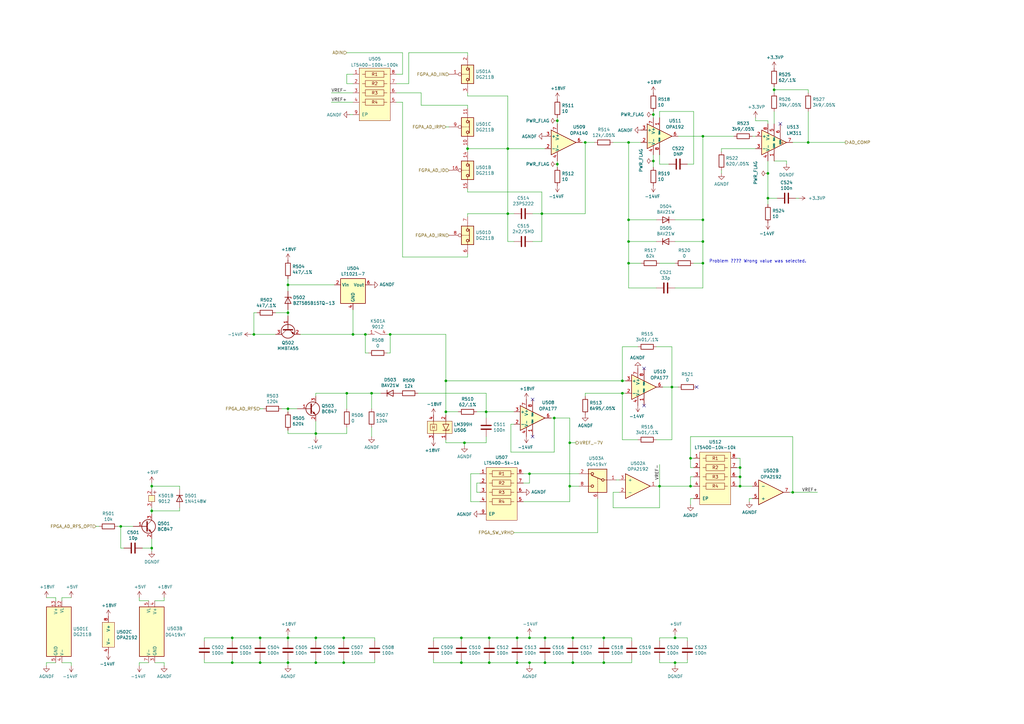
<source format=kicad_sch>
(kicad_sch (version 20231120) (generator "eeschema") (generator_version "8.0")
  (paper "A3")
  (title_block (title "ADC") (date "2020-03-07") (rev "1.00"))
  (junction (at 303.53 199.39))
  (junction (at 152.4 161.29))
  (junction (at 255.27 156.21))
  (junction (at 288.29 90.17))
  (junction (at 314.96 81.28))
  (junction (at 257.81 107.95))
  (junction (at 118.11 167.64))
  (junction (at 276.86 261.62))
  (junction (at 129.54 261.62))
  (junction (at 144.78 137.16))
  (junction (at 331.47 58.42))
  (junction (at 288.29 55.88))
  (junction (at 140.97 261.62))
  (junction (at 217.17 261.62))
  (junction (at 118.11 116.84))
  (junction (at 212.09 261.62))
  (junction (at 257.81 58.42))
  (junction (at 160.02 137.16))
  (junction (at 129.54 177.8))
  (junction (at 149.86 137.16))
  (junction (at 275.59 158.75))
  (junction (at 247.65 261.62))
  (junction (at 288.29 99.06))
  (junction (at 95.25 261.62))
  (junction (at 95.25 271.78))
  (junction (at 234.95 271.78))
  (junction (at 317.5 36.83))
  (junction (at 49.53 215.9))
  (junction (at 228.6 49.53))
  (junction (at 104.14 137.16))
  (junction (at 118.11 128.27))
  (junction (at 182.88 156.21))
  (junction (at 325.12 201.93))
  (junction (at 140.97 271.78))
  (junction (at 217.17 271.78))
  (junction (at 217.17 194.31))
  (junction (at 303.53 195.58))
  (junction (at 288.29 107.95))
  (junction (at 234.95 261.62))
  (junction (at 247.65 271.78))
  (junction (at 106.68 271.78))
  (junction (at 223.52 261.62))
  (junction (at 129.54 271.78))
  (junction (at 228.6 67.31))
  (junction (at 233.68 199.39))
  (junction (at 283.21 187.96))
  (junction (at 303.53 191.77))
  (junction (at 106.68 261.62))
  (junction (at 212.09 271.78))
  (junction (at 200.66 261.62))
  (junction (at 208.28 60.96))
  (junction (at 62.23 224.79))
  (junction (at 257.81 90.17))
  (junction (at 62.23 199.39))
  (junction (at 267.97 46.99))
  (junction (at 189.23 271.78))
  (junction (at 257.81 99.06))
  (junction (at 227.33 171.45))
  (junction (at 191.77 60.96))
  (junction (at 62.23 209.55))
  (junction (at 199.39 168.91))
  (junction (at 267.97 66.04))
  (junction (at 182.88 168.91))
  (junction (at 240.03 58.42))
  (junction (at 223.52 271.78))
  (junction (at 222.25 87.63))
  (junction (at 283.21 199.39))
  (junction (at 200.66 271.78))
  (junction (at 190.5 181.61))
  (junction (at 276.86 271.78))
  (junction (at 189.23 261.62))
  (junction (at 208.28 87.63))
  (junction (at 270.51 199.39))
  (junction (at 255.27 161.29))
  (junction (at 118.11 271.78))
  (junction (at 314.96 71.12))
  (junction (at 233.68 181.61))
  (junction (at 142.24 161.29))
  (junction (at 118.11 261.62))
  (no_connect (at 218.44 179.07))
  (no_connect (at 320.04 50.8))
  (no_connect (at 264.16 151.13))
  (no_connect (at 218.44 163.83))
  (no_connect (at 264.16 166.37))
  (no_connect (at 285.75 158.75))
  (wire (pts (xy 62.23 200.66) (xy 62.23 199.39)))
  (wire (pts (xy 171.45 161.29) (xy 199.39 161.29)))
  (wire (pts (xy 73.66 199.39) (xy 73.66 200.66)))
  (wire (pts (xy 222.25 99.06) (xy 222.25 87.63)))
  (wire (pts (xy 303.53 187.96) (xy 303.53 191.77)))
  (wire (pts (xy 317.5 36.83) (xy 317.5 35.56)))
  (wire (pts (xy 149.86 137.16) (xy 151.13 137.16)))
  (wire (pts (xy 191.77 39.37) (xy 208.28 39.37)))
  (wire (pts (xy 210.82 99.06) (xy 208.28 99.06)))
  (wire (pts (xy 318.77 81.28) (xy 314.96 81.28)))
  (wire (pts (xy 217.17 271.78) (xy 217.17 273.05)))
  (wire (pts (xy 208.28 87.63) (xy 208.28 60.96)))
  (wire (pts (xy 267.97 46.99) (xy 267.97 45.72)))
  (wire (pts (xy 189.23 271.78) (xy 189.23 270.51)))
  (wire (pts (xy 177.8 261.62) (xy 189.23 261.62)))
  (wire (pts (xy 123.19 137.16) (xy 144.78 137.16)))
  (wire (pts (xy 22.86 245.11) (xy 22.86 246.38)))
  (wire (pts (xy 182.88 137.16) (xy 160.02 137.16)))
  (wire (pts (xy 58.42 224.79) (xy 62.23 224.79)))
  (wire (pts (xy 276.86 90.17) (xy 288.29 90.17)))
  (wire (pts (xy 118.11 261.62) (xy 129.54 261.62)))
  (wire (pts (xy 191.77 105.41) (xy 165.1 105.41)))
  (wire (pts (xy 182.88 168.91) (xy 182.88 156.21)))
  (wire (pts (xy 227.33 185.42) (xy 227.33 171.45)))
  (wire (pts (xy 62.23 198.12) (xy 62.23 199.39)))
  (wire (pts (xy 295.91 71.12) (xy 295.91 69.85)))
  (wire (pts (xy 317.5 36.83) (xy 331.47 36.83)))
  (wire (pts (xy 153.67 261.62) (xy 153.67 262.89)))
  (wire (pts (xy 218.44 99.06) (xy 222.25 99.06)))
  (wire (pts (xy 283.21 187.96) (xy 283.21 179.07)))
  (wire (pts (xy 191.77 104.14) (xy 191.77 105.41)))
  (wire (pts (xy 162.56 38.1) (xy 172.72 38.1)))
  (wire (pts (xy 234.95 271.78) (xy 223.52 271.78)))
  (wire (pts (xy 19.05 245.11) (xy 22.86 245.11)))
  (wire (pts (xy 57.15 245.11) (xy 57.15 246.38)))
  (wire (pts (xy 208.28 60.96) (xy 223.52 60.96)))
  (wire (pts (xy 275.59 158.75) (xy 271.78 158.75)))
  (wire (pts (xy 288.29 107.95) (xy 284.48 107.95)))
  (wire (pts (xy 283.21 187.96) (xy 284.48 187.96)))
  (wire (pts (xy 270.51 199.39) (xy 270.51 190.5)))
  (wire (pts (xy 303.53 191.77) (xy 303.53 195.58)))
  (wire (pts (xy 269.24 142.24) (xy 275.59 142.24)))
  (wire (pts (xy 62.23 208.28) (xy 62.23 209.55)))
  (wire (pts (xy 158.75 144.78) (xy 160.02 144.78)))
  (wire (pts (xy 62.23 209.55) (xy 62.23 210.82)))
  (wire (pts (xy 270.51 262.89) (xy 270.51 261.62)))
  (wire (pts (xy 144.78 41.91) (xy 135.89 41.91)))
  (wire (pts (xy 322.58 67.31) (xy 322.58 66.04)))
  (wire (pts (xy 195.58 198.12) (xy 196.85 198.12)))
  (wire (pts (xy 276.86 260.35) (xy 276.86 261.62)))
  (wire (pts (xy 118.11 260.35) (xy 118.11 261.62)))
  (wire (pts (xy 314.96 83.82) (xy 314.96 81.28)))
  (wire (pts (xy 62.23 199.39) (xy 73.66 199.39)))
  (wire (pts (xy 190.5 182.88) (xy 190.5 181.61)))
  (wire (pts (xy 29.21 273.05) (xy 29.21 271.78)))
  (wire (pts (xy 331.47 58.42) (xy 346.71 58.42)))
  (wire (pts (xy 106.68 270.51) (xy 106.68 271.78)))
  (wire (pts (xy 276.86 261.62) (xy 281.94 261.62)))
  (wire (pts (xy 62.23 209.55) (xy 73.66 209.55)))
  (wire (pts (xy 270.51 261.62) (xy 276.86 261.62)))
  (wire (pts (xy 327.66 81.28) (xy 326.39 81.28)))
  (wire (pts (xy 233.68 199.39) (xy 233.68 205.74)))
  (wire (pts (xy 19.05 271.78) (xy 22.86 271.78)))
  (wire (pts (xy 162.56 41.91) (xy 165.1 41.91)))
  (wire (pts (xy 236.22 181.61) (xy 233.68 181.61)))
  (wire (pts (xy 142.24 161.29) (xy 152.4 161.29)))
  (wire (pts (xy 48.26 215.9) (xy 49.53 215.9)))
  (wire (pts (xy 303.53 195.58) (xy 303.53 199.39)))
  (wire (pts (xy 317.5 50.8) (xy 317.5 45.72)))
  (wire (pts (xy 62.23 224.79) (xy 62.23 220.98)))
  (wire (pts (xy 276.86 273.05) (xy 276.86 271.78)))
  (wire (pts (xy 209.55 185.42) (xy 227.33 185.42)))
  (wire (pts (xy 195.58 201.93) (xy 195.58 198.12)))
  (wire (pts (xy 270.51 199.39) (xy 283.21 199.39)))
  (wire (pts (xy 284.48 67.31) (xy 284.48 45.72)))
  (wire (pts (xy 191.77 88.9) (xy 191.77 87.63)))
  (wire (pts (xy 153.67 271.78) (xy 140.97 271.78)))
  (wire (pts (xy 25.4 245.11) (xy 25.4 246.38)))
  (wire (pts (xy 303.53 199.39) (xy 302.26 199.39)))
  (wire (pts (xy 191.77 60.96) (xy 191.77 59.69)))
  (wire (pts (xy 233.68 171.45) (xy 233.68 181.61)))
  (wire (pts (xy 331.47 45.72) (xy 331.47 58.42)))
  (wire (pts (xy 281.94 67.31) (xy 284.48 67.31)))
  (wire (pts (xy 228.6 66.04) (xy 228.6 67.31)))
  (wire (pts (xy 269.24 180.34) (xy 275.59 180.34)))
  (wire (pts (xy 284.48 195.58) (xy 283.21 195.58)))
  (wire (pts (xy 210.82 87.63) (xy 208.28 87.63)))
  (wire (pts (xy 212.09 271.78) (xy 212.09 270.51)))
  (wire (pts (xy 177.8 262.89) (xy 177.8 261.62)))
  (wire (pts (xy 149.86 144.78) (xy 149.86 137.16)))
  (wire (pts (xy 259.08 270.51) (xy 259.08 271.78)))
  (wire (pts (xy 104.14 137.16) (xy 102.87 137.16)))
  (wire (pts (xy 255.27 156.21) (xy 256.54 156.21)))
  (wire (pts (xy 57.15 246.38) (xy 60.96 246.38)))
  (wire (pts (xy 234.95 261.62) (xy 247.65 261.62)))
  (wire (pts (xy 189.23 261.62) (xy 200.66 261.62)))
  (wire (pts (xy 247.65 261.62) (xy 259.08 261.62)))
  (wire (pts (xy 29.21 245.11) (xy 25.4 245.11)))
  (wire (pts (xy 322.58 66.04) (xy 317.5 66.04)))
  (wire (pts (xy 67.31 245.11) (xy 67.31 246.38)))
  (wire (pts (xy 288.29 55.88) (xy 288.29 90.17)))
  (wire (pts (xy 196.85 201.93) (xy 195.58 201.93)))
  (wire (pts (xy 182.88 52.07) (xy 184.15 52.07)))
  (wire (pts (xy 283.21 191.77) (xy 283.21 187.96)))
  (wire (pts (xy 295.91 60.96) (xy 295.91 62.23)))
  (wire (pts (xy 233.68 181.61) (xy 233.68 199.39)))
  (wire (pts (xy 144.78 137.16) (xy 149.86 137.16)))
  (wire (pts (xy 275.59 158.75) (xy 278.13 158.75)))
  (wire (pts (xy 144.78 30.48) (xy 142.24 30.48)))
  (wire (pts (xy 223.52 261.62) (xy 223.52 262.89)))
  (wire (pts (xy 142.24 34.29) (xy 144.78 34.29)))
  (wire (pts (xy 191.77 38.1) (xy 191.77 39.37)))
  (wire (pts (xy 152.4 167.64) (xy 152.4 161.29)))
  (wire (pts (xy 223.52 271.78) (xy 217.17 271.78)))
  (wire (pts (xy 303.53 187.96) (xy 302.26 187.96)))
  (wire (pts (xy 189.23 262.89) (xy 189.23 261.62)))
  (wire (pts (xy 106.68 167.64) (xy 107.95 167.64)))
  (wire (pts (xy 165.1 41.91) (xy 165.1 105.41)))
  (wire (pts (xy 62.23 226.06) (xy 62.23 224.79)))
  (wire (pts (xy 288.29 99.06) (xy 288.29 107.95)))
  (wire (pts (xy 187.96 168.91) (xy 182.88 168.91)))
  (wire (pts (xy 309.88 49.53) (xy 314.96 49.53)))
  (wire (pts (xy 118.11 116.84) (xy 118.11 119.38)))
  (wire (pts (xy 270.51 45.72) (xy 270.51 48.26)))
  (wire (pts (xy 267.97 66.04) (xy 267.97 63.5)))
  (wire (pts (xy 276.86 118.11) (xy 288.29 118.11)))
  (wire (pts (xy 325.12 201.93) (xy 335.28 201.93)))
  (wire (pts (xy 142.24 177.8) (xy 129.54 177.8)))
  (wire (pts (xy 217.17 198.12) (xy 217.17 194.31)))
  (wire (pts (xy 240.03 58.42) (xy 240.03 87.63)))
  (wire (pts (xy 276.86 271.78) (xy 270.51 271.78)))
  (wire (pts (xy 309.88 55.88) (xy 308.61 55.88)))
  (wire (pts (xy 162.56 30.48) (xy 165.1 30.48)))
  (wire (pts (xy 275.59 142.24) (xy 275.59 158.75)))
  (wire (pts (xy 142.24 30.48) (xy 142.24 34.29)))
  (wire (pts (xy 255.27 142.24) (xy 261.62 142.24)))
  (wire (pts (xy 83.82 271.78) (xy 83.82 270.51)))
  (wire (pts (xy 151.13 144.78) (xy 149.86 144.78)))
  (wire (pts (xy 281.94 262.89) (xy 281.94 261.62)))
  (wire (pts (xy 208.28 60.96) (xy 191.77 60.96)))
  (wire (pts (xy 317.5 38.1) (xy 317.5 36.83)))
  (wire (pts (xy 227.33 171.45) (xy 226.06 171.45)))
  (wire (pts (xy 255.27 180.34) (xy 255.27 161.29)))
  (wire (pts (xy 234.95 271.78) (xy 234.95 270.51)))
  (wire (pts (xy 199.39 181.61) (xy 199.39 179.07)))
  (wire (pts (xy 288.29 90.17) (xy 288.29 99.06)))
  (wire (pts (xy 254 201.93) (xy 251.46 201.93)))
  (wire (pts (xy 158.75 137.16) (xy 160.02 137.16)))
  (wire (pts (xy 245.11 218.44) (xy 245.11 204.47)))
  (wire (pts (xy 153.67 270.51) (xy 153.67 271.78)))
  (wire (pts (xy 210.82 218.44) (xy 245.11 218.44)))
  (wire (pts (xy 199.39 168.91) (xy 199.39 161.29)))
  (wire (pts (xy 240.03 161.29) (xy 240.03 162.56)))
  (wire (pts (xy 269.24 99.06) (xy 257.81 99.06)))
  (wire (pts (xy 118.11 167.64) (xy 115.57 167.64)))
  (wire (pts (xy 191.77 87.63) (xy 208.28 87.63)))
  (wire (pts (xy 129.54 270.51) (xy 129.54 271.78)))
  (wire (pts (xy 257.81 90.17) (xy 269.24 90.17)))
  (wire (pts (xy 240.03 58.42) (xy 243.84 58.42)))
  (wire (pts (xy 240.03 161.29) (xy 255.27 161.29)))
  (wire (pts (xy 217.17 271.78) (xy 212.09 271.78)))
  (wire (pts (xy 172.72 43.18) (xy 191.77 43.18)))
  (wire (pts (xy 218.44 87.63) (xy 222.25 87.63)))
  (wire (pts (xy 309.88 48.26) (xy 309.88 49.53)))
  (wire (pts (xy 144.78 137.16) (xy 144.78 127)))
  (wire (pts (xy 208.28 39.37) (xy 208.28 60.96)))
  (wire (pts (xy 284.48 45.72) (xy 270.51 45.72)))
  (wire (pts (xy 228.6 48.26) (xy 228.6 49.53)))
  (wire (pts (xy 144.78 38.1) (xy 135.89 38.1)))
  (wire (pts (xy 177.8 271.78) (xy 177.8 270.51)))
  (wire (pts (xy 217.17 260.35) (xy 217.17 261.62)))
  (wire (pts (xy 106.68 261.62) (xy 106.68 262.89)))
  (wire (pts (xy 256.54 161.29) (xy 255.27 161.29)))
  (wire (pts (xy 167.64 34.29) (xy 167.64 21.59)))
  (wire (pts (xy 199.39 171.45) (xy 199.39 168.91)))
  (wire (pts (xy 276.86 107.95) (xy 270.51 107.95)))
  (wire (pts (xy 191.77 43.18) (xy 191.77 44.45)))
  (wire (pts (xy 200.66 270.51) (xy 200.66 271.78)))
  (wire (pts (xy 325.12 201.93) (xy 323.85 201.93)))
  (wire (pts (xy 209.55 173.99) (xy 209.55 185.42)))
  (wire (pts (xy 118.11 128.27) (xy 118.11 127)))
  (wire (pts (xy 129.54 172.72) (xy 129.54 177.8)))
  (wire (pts (xy 295.91 60.96) (xy 309.88 60.96)))
  (wire (pts (xy 228.6 49.53) (xy 228.6 50.8)))
  (wire (pts (xy 208.28 99.06) (xy 208.28 87.63)))
  (wire (pts (xy 190.5 181.61) (xy 199.39 181.61)))
  (wire (pts (xy 118.11 176.53) (xy 118.11 177.8)))
  (wire (pts (xy 228.6 67.31) (xy 228.6 68.58)))
  (wire (pts (xy 118.11 128.27) (xy 113.03 128.27)))
  (wire (pts (xy 210.82 173.99) (xy 209.55 173.99)))
  (wire (pts (xy 247.65 271.78) (xy 234.95 271.78)))
  (wire (pts (xy 270.51 63.5) (xy 270.51 67.31)))
  (wire (pts (xy 257.81 118.11) (xy 257.81 107.95)))
  (wire (pts (xy 140.97 262.89) (xy 140.97 261.62)))
  (wire (pts (xy 95.25 271.78) (xy 95.25 270.51)))
  (wire (pts (xy 314.96 71.12) (xy 314.96 66.04)))
  (wire (pts (xy 270.51 67.31) (xy 274.32 67.31)))
  (wire (pts (xy 104.14 137.16) (xy 113.03 137.16)))
  (wire (pts (xy 257.81 58.42) (xy 257.81 90.17)))
  (wire (pts (xy 49.53 215.9) (xy 54.61 215.9)))
  (wire (pts (xy 325.12 179.07) (xy 325.12 201.93)))
  (wire (pts (xy 314.96 81.28) (xy 314.96 71.12)))
  (wire (pts (xy 152.4 179.07) (xy 152.4 175.26)))
  (wire (pts (xy 222.25 87.63) (xy 240.03 87.63)))
  (wire (pts (xy 217.17 261.62) (xy 223.52 261.62)))
  (wire (pts (xy 83.82 262.89) (xy 83.82 261.62)))
  (wire (pts (xy 212.09 261.62) (xy 217.17 261.62)))
  (wire (pts (xy 57.15 271.78) (xy 60.96 271.78)))
  (wire (pts (xy 269.24 118.11) (xy 257.81 118.11)))
  (wire (pts (xy 307.34 205.74) (xy 307.34 204.47)))
  (wire (pts (xy 283.21 195.58) (xy 283.21 199.39)))
  (wire (pts (xy 275.59 180.34) (xy 275.59 158.75)))
  (wire (pts (xy 142.24 175.26) (xy 142.24 177.8)))
  (wire (pts (xy 267.97 68.58) (xy 267.97 66.04)))
  (wire (pts (xy 255.27 142.24) (xy 255.27 156.21)))
  (wire (pts (xy 233.68 205.74) (xy 214.63 205.74)))
  (wire (pts (xy 191.77 78.74) (xy 222.25 78.74)))
  (wire (pts (xy 270.51 271.78) (xy 270.51 270.51)))
  (wire (pts (xy 129.54 162.56) (xy 129.54 161.29)))
  (wire (pts (xy 191.77 62.23) (xy 191.77 60.96)))
  (wire (pts (xy 67.31 271.78) (xy 63.5 271.78)))
  (wire (pts (xy 193.04 205.74) (xy 196.85 205.74)))
  (wire (pts (xy 200.66 271.78) (xy 189.23 271.78)))
  (wire (pts (xy 196.85 194.31) (xy 193.04 194.31)))
  (wire (pts (xy 212.09 262.89) (xy 212.09 261.62)))
  (wire (pts (xy 214.63 198.12) (xy 217.17 198.12)))
  (wire (pts (xy 129.54 271.78) (xy 118.11 271.78)))
  (wire (pts (xy 331.47 58.42) (xy 325.12 58.42)))
  (wire (pts (xy 118.11 167.64) (xy 121.92 167.64)))
  (wire (pts (xy 50.8 224.79) (xy 49.53 224.79)))
  (wire (pts (xy 283.21 179.07) (xy 325.12 179.07)))
  (wire (pts (xy 267.97 48.26) (xy 267.97 46.99)))
  (wire (pts (xy 331.47 36.83) (xy 331.47 38.1)))
  (wire (pts (xy 162.56 34.29) (xy 167.64 34.29)))
  (wire (pts (xy 259.08 271.78) (xy 247.65 271.78)))
  (wire (pts (xy 251.46 58.42) (xy 257.81 58.42)))
  (wire (pts (xy 118.11 262.89) (xy 118.11 261.62)))
  (wire (pts (xy 314.96 49.53) (xy 314.96 50.8)))
  (wire (pts (xy 182.88 180.34) (xy 182.88 181.61)))
  (wire (pts (xy 95.25 262.89) (xy 95.25 261.62)))
  (wire (pts (xy 288.29 55.88) (xy 278.13 55.88)))
  (wire (pts (xy 49.53 224.79) (xy 49.53 215.9)))
  (wire (pts (xy 182.88 156.21) (xy 182.88 137.16)))
  (wire (pts (xy 182.88 181.61) (xy 190.5 181.61)))
  (wire (pts (xy 118.11 271.78) (xy 118.11 273.05)))
  (wire (pts (xy 67.31 246.38) (xy 63.5 246.38)))
  (wire (pts (xy 227.33 171.45) (xy 233.68 171.45)))
  (wire (pts (xy 200.66 261.62) (xy 212.09 261.62)))
  (wire (pts (xy 182.88 156.21) (xy 255.27 156.21)))
  (wire (pts (xy 270.51 199.39) (xy 269.24 199.39)))
  (wire (pts (xy 106.68 271.78) (xy 95.25 271.78)))
  (wire (pts (xy 118.11 271.78) (xy 106.68 271.78)))
  (wire (pts (xy 276.86 99.06) (xy 288.29 99.06)))
  (wire (pts (xy 212.09 271.78) (xy 200.66 271.78)))
  (wire (pts (xy 165.1 21.59) (xy 142.24 21.59)))
  (wire (pts (xy 222.25 87.63) (xy 222.25 78.74)))
  (wire (pts (xy 199.39 168.91) (xy 195.58 168.91)))
  (wire (pts (xy 118.11 271.78) (xy 118.11 270.51)))
  (wire (pts (xy 140.97 271.78) (xy 129.54 271.78)))
  (wire (pts (xy 191.77 77.47) (xy 191.77 78.74)))
  (wire (pts (xy 95.25 261.62) (xy 106.68 261.62)))
  (wire (pts (xy 19.05 273.05) (xy 19.05 271.78)))
  (wire (pts (xy 240.03 58.42) (xy 238.76 58.42)))
  (wire (pts (xy 152.4 161.29) (xy 156.21 161.29)))
  (wire (pts (xy 200.66 261.62) (xy 200.66 262.89)))
  (wire (pts (xy 193.04 194.31) (xy 193.04 205.74)))
  (wire (pts (xy 118.11 177.8) (xy 129.54 177.8)))
  (wire (pts (xy 73.66 209.55) (xy 73.66 208.28)))
  (wire (pts (xy 284.48 199.39) (xy 283.21 199.39)))
  (wire (pts (xy 283.21 204.47) (xy 284.48 204.47)))
  (wire (pts (xy 257.81 58.42) (xy 262.89 58.42)))
  (wire (pts (xy 302.26 195.58) (xy 303.53 195.58)))
  (wire (pts (xy 143.51 46.99) (xy 144.78 46.99)))
  (wire (pts (xy 237.49 199.39) (xy 233.68 199.39)))
  (wire (pts (xy 129.54 161.29) (xy 142.24 161.29)))
  (wire (pts (xy 118.11 114.3) (xy 118.11 116.84)))
  (wire (pts (xy 254 196.85) (xy 252.73 196.85)))
  (wire (pts (xy 281.94 271.78) (xy 276.86 271.78)))
  (wire (pts (xy 223.52 270.51) (xy 223.52 271.78)))
  (wire (pts (xy 165.1 30.48) (xy 165.1 21.59)))
  (wire (pts (xy 257.81 107.95) (xy 257.81 99.06)))
  (wire (pts (xy 129.54 177.8) (xy 129.54 179.07)))
  (wire (pts (xy 160.02 144.78) (xy 160.02 137.16)))
  (wire (pts (xy 251.46 201.93) (xy 251.46 208.28)))
  (wire (pts (xy 262.89 107.95) (xy 257.81 107.95)))
  (wire (pts (xy 129.54 261.62) (xy 140.97 261.62)))
  (wire (pts (xy 172.72 38.1) (xy 172.72 43.18)))
  (wire (pts (xy 257.81 99.06) (xy 257.81 90.17)))
  (wire (pts (xy 283.21 207.01) (xy 283.21 204.47)))
  (wire (pts (xy 129.54 261.62) (xy 129.54 262.89)))
  (wire (pts (xy 67.31 273.05) (xy 67.31 271.78)))
  (wire (pts (xy 270.51 208.28) (xy 270.51 199.39)))
  (wire (pts (xy 281.94 271.78) (xy 281.94 270.51)))
  (wire (pts (xy 288.29 118.11) (xy 288.29 107.95)))
  (wire (pts (xy 104.14 128.27) (xy 104.14 137.16)))
  (wire (pts (xy 106.68 261.62) (xy 118.11 261.62)))
  (wire (pts (xy 251.46 208.28) (xy 270.51 208.28)))
  (wire (pts (xy 118.11 129.54) (xy 118.11 128.27)))
  (wire (pts (xy 182.88 168.91) (xy 182.88 170.18)))
  (wire (pts (xy 167.64 21.59) (xy 191.77 21.59)))
  (wire (pts (xy 217.17 194.31) (xy 214.63 194.31)))
  (wire (pts (xy 95.25 271.78) (xy 83.82 271.78)))
  (wire (pts (xy 191.77 21.59) (xy 191.77 22.86)))
  (wire (pts (xy 57.15 273.05) (xy 57.15 271.78)))
  (wire (pts (xy 217.17 194.31) (xy 237.49 194.31)))
  (wire (pts (xy 261.62 180.34) (xy 255.27 180.34)))
  (wire (pts (xy 259.08 261.62) (xy 259.08 262.89)))
  (wire (pts (xy 307.34 204.47) (xy 308.61 204.47)))
  (wire (pts (xy 140.97 261.62) (xy 153.67 261.62)))
  (wire (pts (xy 189.23 271.78) (xy 177.8 271.78)))
  (wire (pts (xy 302.26 191.77) (xy 303.53 191.77)))
  (wire (pts (xy 83.82 261.62) (xy 95.25 261.62)))
  (wire (pts (xy 223.52 261.62) (xy 234.95 261.62)))
  (wire (pts (xy 39.37 215.9) (xy 40.64 215.9)))
  (wire (pts (xy 118.11 116.84) (xy 137.16 116.84)))
  (wire (pts (xy 118.11 168.91) (xy 118.11 167.64)))
  (wire (pts (xy 300.99 55.88) (xy 288.29 55.88)))
  (wire (pts (xy 247.65 261.62) (xy 247.65 262.89)))
  (wire (pts (xy 234.95 262.89) (xy 234.95 261.62)))
  (wire (pts (xy 105.41 128.27) (xy 104.14 128.27)))
  (wire (pts (xy 308.61 199.39) (xy 303.53 199.39)))
  (wire (pts (xy 284.48 191.77) (xy 283.21 191.77)))
  (wire (pts (xy 199.39 168.91) (xy 210.82 168.91)))
  (wire (pts (xy 140.97 271.78) (xy 140.97 270.51)))
  (wire (pts (xy 142.24 167.64) (xy 142.24 161.29)))
  (wire (pts (xy 29.21 271.78) (xy 25.4 271.78)))
  (wire (pts (xy 247.65 270.51) (xy 247.65 271.78)))
  (text "Problem ???? Wrong value was selected." (at 290.83 107.95 0) (effects (font (size 1.27 1.27)) (justify left bottom)))
  (label "VREF+" (at 135.89 41.91 0))
  (label "VREF-" (at 270.51 190.5 270))
  (label "VREF-" (at 135.89 38.1 0))
  (label "VREF+" (at 335.28 201.93 180))
  (hierarchical_label "FPGA_AD_RFS" (shape input) (at 106.68 167.64 180))
  (hierarchical_label "FGPA_AD_IRP" (shape input) (at 182.88 52.07 180))
  (hierarchical_label "FPGA_SW_VRH" (shape input) (at 210.82 218.44 180))
  (hierarchical_label "FGPA_AD_ID" (shape input) (at 184.15 69.85 180))
  (hierarchical_label "AD_COMP" (shape output) (at 346.71 58.42 0))
  (hierarchical_label "FGPA_AD_IIN" (shape input) (at 184.15 30.48 180))
  (hierarchical_label "ADIN" (shape input) (at 142.24 21.59 180))
  (hierarchical_label "FPGA_AD_RFS_OPT" (shape input) (at 39.37 215.9 180))
  (hierarchical_label "VREF_-7V" (shape output) (at 236.22 181.61 0))
  (hierarchical_label "FGPA_AD_IRN" (shape input) (at 184.15 96.52 180))
  (symbol (lib_id "ADC_TEST:LT5400-100k-100k") (at 153.67 38.1 0) (unit 1)
    (property "Reference" "U505" (at 153.67 24.13 0))
    (property "Value" "LT5400-100k-100k" (at 153.67 26.67 0))
    (property "Footprint" "Package_SO:MSOP-8-1EP_3x3mm_P0.65mm_EP1.73x1.85mm_ThermalVias" (effects (hide yes)))
  )
  (symbol (lib_id "ADC_TEST:AGNDF") (at 143.51 46.99 270) (unit 1)
    (property "Reference" "#PWR0518" (effects (hide yes)))
    (property "Value" "AGNDF" (at 140.2588 47.117 90) (effects (justify right)))
  )
  (symbol (lib_id "ADC_TEST:DG211") (at 191.77 69.85 270) (unit 2)
    (property "Reference" "U501" (at 195.072 68.6816 90) (effects (justify left)))
    (property "Value" "DG211B" (at 195.072 70.993 90) (effects (justify left)))
    (property "Footprint" "Package_SO:SOIC-16_3.9x9.9mm_P1.27mm" (effects (hide yes)))
    (property "Datasheet" "http://pdf.datasheetcatalog.com/datasheets/70/494502_DS.pdf" (effects (hide yes)))
  )
  (symbol (lib_id "ADC_TEST:DG211") (at 191.77 52.07 270) (unit 3)
    (property "Reference" "U501" (at 195.072 50.9016 90) (effects (justify left)))
    (property "Value" "DG211B" (at 195.072 53.213 90) (effects (justify left)))
    (property "Footprint" "Package_SO:SOIC-16_3.9x9.9mm_P1.27mm" (effects (hide yes)))
    (property "Datasheet" "http://pdf.datasheetcatalog.com/datasheets/70/494502_DS.pdf" (effects (hide yes)))
  )
  (symbol (lib_id "ADC_TEST:DG211") (at 191.77 96.52 270) (unit 4)
    (property "Reference" "U501" (at 195.072 95.3516 90) (effects (justify left)))
    (property "Value" "DG211B" (at 195.072 97.663 90) (effects (justify left)))
    (property "Footprint" "Package_SO:SOIC-16_3.9x9.9mm_P1.27mm" (effects (hide yes)))
    (property "Datasheet" "http://pdf.datasheetcatalog.com/datasheets/70/494502_DS.pdf" (effects (hide yes)))
  )
  (symbol (lib_id "ADC_TEST:DG211") (at 22.86 259.08 0) (unit 5)
    (property "Reference" "U501" (at 29.972 257.9116 0) (effects (justify left)))
    (property "Value" "DG211B" (at 29.972 260.223 0) (effects (justify left)))
    (property "Footprint" "Package_SO:SOIC-16_3.9x9.9mm_P1.27mm" (effects (hide yes)))
    (property "Datasheet" "http://pdf.datasheetcatalog.com/datasheets/70/494502_DS.pdf" (effects (hide yes)))
  )
  (symbol (lib_id "ADC_TEST:LT5400-10k-10k") (at 293.37 195.58 0) (unit 1)
    (property "Reference" "U512" (at 293.37 181.229 0))
    (property "Value" "LT5400-10k-10k" (at 293.37 183.5404 0))
    (property "Footprint" "Package_SO:MSOP-8-1EP_3x3mm_P0.65mm_EP1.73x1.85mm_ThermalVias" (effects (hide yes)))
  )
  (symbol (lib_id "ADC_TEST:DG211") (at 191.77 30.48 270) (unit 1)
    (property "Reference" "U501" (at 195.072 29.3116 90) (effects (justify left)))
    (property "Value" "DG211B" (at 195.072 31.623 90) (effects (justify left)))
    (property "Footprint" "Package_SO:SOIC-16_3.9x9.9mm_P1.27mm" (effects (hide yes)))
    (property "Datasheet" "http://pdf.datasheetcatalog.com/datasheets/70/494502_DS.pdf" (effects (hide yes)))
  )
  (symbol (lib_id "ADC_TEST:AGNDF") (at 283.21 207.01 0) (unit 1)
    (property "Reference" "#PWR0541" (effects (hide yes)))
    (property "Value" "AGNDF" (at 283.337 211.4042 0))
  )
  (symbol (lib_id "ADC_TEST:AGNDF") (at 307.34 205.74 0) (unit 1)
    (property "Reference" "#PWR0543" (effects (hide yes)))
    (property "Value" "AGNDF" (at 307.467 210.1342 0))
  )
  (symbol (lib_id "ADC_TEST:LM399H") (at 180.34 175.26 0) (mirror x) (unit 1)
    (property "Reference" "U506" (at 186.1312 176.4284 0) (effects (justify left)))
    (property "Value" "LM399H" (at 186.1312 174.117 0) (effects (justify left)))
    (property "Footprint" "ADC_TEST:LMx99" (effects (hide yes)))
  )
  (symbol (lib_id "Device:C") (at 214.63 87.63 270) (unit 1)
    (property "Reference" "C514" (at 214.63 81.2292 90))
    (property "Value" "23PS222" (at 214.63 83.5406 90))
    (property "Footprint" "Capacitor_THT:C_Axial_L12.0mm_D6.5mm_P15.00mm_Horizontal" (effects (hide yes)))
  )
  (symbol (lib_id "Device:R") (at 191.77 168.91 270) (unit 1)
    (property "Reference" "R510" (at 191.77 163.6522 90))
    (property "Value" "62/.1%" (at 191.77 165.9636 90))
    (property "Footprint" "Resistor_SMD:R_0603_1608Metric_Pad1.05x0.95mm_HandSolder" (effects (hide yes)))
  )
  (symbol (lib_id "Device:C") (at 199.39 175.26 0) (unit 1)
    (property "Reference" "C511" (at 202.311 174.0916 0) (effects (justify left)))
    (property "Value" "100n" (at 202.311 176.403 0) (effects (justify left)))
    (property "Footprint" "Capacitor_SMD:C_0603_1608Metric_Pad1.05x0.95mm_HandSolder" (effects (hide yes)))
  )
  (symbol (lib_id "Device:R") (at 240.03 166.37 0) (unit 1)
    (property "Reference" "R513" (at 241.808 165.2016 0) (effects (justify left)))
    (property "Value" "6k95/.05%" (at 241.808 167.513 0) (effects (justify left)))
    (property "Footprint" "Resistor_SMD:R_1206_3216Metric_Pad1.42x1.75mm_HandSolder" (effects (hide yes)))
  )
  (symbol (lib_id "Device:R") (at 281.94 158.75 270) (unit 1)
    (property "Reference" "R521" (at 281.94 153.4922 90))
    (property "Value" "0" (at 281.94 155.8036 90))
    (property "Footprint" "Resistor_SMD:R_0603_1608Metric_Pad1.05x0.95mm_HandSolder" (effects (hide yes)))
  )
  (symbol (lib_id "Device:R") (at 265.43 180.34 270) (unit 1)
    (property "Reference" "R516" (at 265.43 175.0822 90))
    (property "Value" "3k01/.1%" (at 265.43 177.3936 90))
    (property "Footprint" "Resistor_SMD:R_0603_1608Metric_Pad1.05x0.95mm_HandSolder" (effects (hide yes)))
  )
  (symbol (lib_id "Device:R") (at 265.43 142.24 270) (unit 1)
    (property "Reference" "R515" (at 265.43 136.9822 90))
    (property "Value" "3k01/.1%" (at 265.43 139.2936 90))
    (property "Footprint" "Resistor_SMD:R_0603_1608Metric_Pad1.05x0.95mm_HandSolder" (effects (hide yes)))
  )
  (symbol (lib_id "ADC_TEST:AGNDF") (at 240.03 170.18 0) (unit 1)
    (property "Reference" "#PWR0533" (effects (hide yes)))
    (property "Value" "AGNDF" (at 240.157 174.5742 0))
  )
  (symbol (lib_id "ADC_TEST:OPA2192") (at 260.35 199.39 0) (unit 1)
    (property "Reference" "U502" (at 261.62 190.0682 0))
    (property "Value" "OPA2192" (at 261.62 192.3796 0))
    (property "Footprint" "Package_SO:SOIC-8_3.9x4.9mm_P1.27mm" (effects (hide yes)))
  )
  (symbol (lib_id "ADC_TEST:OPA2192") (at 314.96 201.93 0) (mirror x) (unit 2)
    (property "Reference" "U502" (at 316.23 193.04 0))
    (property "Value" "OPA2192" (at 316.23 195.58 0))
    (property "Footprint" "Package_SO:SOIC-8_3.9x4.9mm_P1.27mm" (effects (hide yes)))
  )
  (symbol (lib_id "ADC_TEST:OPA2192") (at 44.45 260.35 0) (unit 3)
    (property "Reference" "U502" (at 47.7012 259.1816 0) (effects (justify left)))
    (property "Value" "OPA2192" (at 47.7012 261.493 0) (effects (justify left)))
    (property "Footprint" "Package_SO:SOIC-8_3.9x4.9mm_P1.27mm" (effects (hide yes)))
  )
  (symbol (lib_id "Analog_Switch:DG419xY") (at 245.11 194.31 0) (mirror y) (unit 1)
    (property "Reference" "U503" (at 247.65 187.96 0) (effects (justify left)))
    (property "Value" "DG419xY" (at 248.92 190.5 0) (effects (justify left)))
    (property "Footprint" "Package_SO:SOIC-8_3.9x4.9mm_P1.27mm" (effects (hide yes)))
    (property "Datasheet" "https://datasheets.maximintegrated.com/en/ds/DG417-DG419.pdf" (effects (hide yes)))
  )
  (symbol (lib_id "ADC_TEST:LT5400-5k-1k") (at 205.74 201.93 0) (unit 1)
    (property "Reference" "U507" (at 205.74 187.579 0))
    (property "Value" "LT5400-5k-1k" (at 205.74 189.8904 0))
    (property "Footprint" "Package_SO:MSOP-8-1EP_3x3mm_P0.65mm_EP1.73x1.85mm_ThermalVias" (effects (hide yes)))
  )
  (symbol (lib_id "ADC_TEST:AGNDF") (at 196.85 210.82 270) (unit 1)
    (property "Reference" "#PWR0524" (effects (hide yes)))
    (property "Value" "AGNDF" (at 193.5988 210.947 90) (effects (justify right)))
  )
  (symbol (lib_id "ADC_TEST:AGNDF") (at 214.63 201.93 90) (unit 1)
    (property "Reference" "#PWR0525" (effects (hide yes)))
    (property "Value" "AGNDF" (at 217.8812 201.803 90) (effects (justify right)))
  )
  (symbol (lib_id "Analog_Switch:DG419xY") (at 63.5 259.08 0) (mirror y) (unit 2)
    (property "Reference" "U503" (at 74.93 257.81 0) (effects (justify left)))
    (property "Value" "DG419xY" (at 76.2 260.35 0) (effects (justify left)))
    (property "Footprint" "Package_SO:SOIC-8_3.9x4.9mm_P1.27mm" (effects (hide yes)))
    (property "Datasheet" "https://datasheets.maximintegrated.com/en/ds/DG417-DG419.pdf" (effects (hide yes)))
  )
  (symbol (lib_id "ADC_TEST:+5VF") (at 57.15 245.11 0) (unit 1)
    (property "Reference" "#PWR0507" (effects (hide yes)))
    (property "Value" "+5VF" (at 57.531 240.7158 0))
  )
  (symbol (lib_id "ADC_TEST:AGNDF") (at 67.31 273.05 0) (unit 1)
    (property "Reference" "#PWR0512" (effects (hide yes)))
    (property "Value" "AGNDF" (at 67.437 277.4442 0))
  )
  (symbol (lib_id "ADC_TEST:AGNDF") (at 19.05 273.05 0) (unit 1)
    (property "Reference" "#PWR0502" (effects (hide yes)))
    (property "Value" "AGNDF" (at 19.177 277.4442 0))
  )
  (symbol (lib_id "ADC_TEST:+5VF") (at 29.21 245.11 0) (unit 1)
    (property "Reference" "#PWR0503" (effects (hide yes)))
    (property "Value" "+5VF" (at 29.591 240.7158 0))
  )
  (symbol (lib_id "Device:R") (at 154.94 144.78 270) (unit 1)
    (property "Reference" "R508" (at 154.94 139.5222 90))
    (property "Value" "0" (at 154.94 141.8336 90))
    (property "Footprint" "Resistor_SMD:R_0603_1608Metric_Pad1.05x0.95mm_HandSolder" (effects (hide yes)))
  )
  (symbol (lib_id "power:+3.3VP") (at 309.88 48.26 0) (unit 1)
    (property "Reference" "#PWR0101" (effects (hide yes)))
    (property "Value" "+3.3VP" (at 310.261 43.8658 0))
  )
  (symbol (lib_id "power:+3.3VP") (at 317.5 27.94 0) (unit 1)
    (property "Reference" "#PWR0102" (effects (hide yes)))
    (property "Value" "+3.3VP" (at 317.881 23.5458 0))
  )
  (symbol (lib_id "power:+3.3VP") (at 327.66 81.28 270) (unit 1)
    (property "Reference" "#PWR0103" (effects (hide yes)))
    (property "Value" "+3.3VP" (at 331.47 81.28 90) (effects (justify left)))
  )
  (symbol (lib_id "Transistor_BJT:BC847") (at 127 167.64 0) (unit 1)
    (property "Reference" "Q503" (at 131.8514 166.4716 0) (effects (justify left)))
    (property "Value" "BC847" (at 131.8514 168.783 0) (effects (justify left)))
    (property "Footprint" "Package_TO_SOT_SMD:SOT-23" (effects (hide yes)))
    (property "Datasheet" "http://www.infineon.com/dgdl/Infineon-BC847SERIES_BC848SERIES_BC849SERIES_BC850SERIES-DS-v01_01-en.pdf?fileId=db3a304314dca389011541d4630a1657" (effects (hide yes)))
  )
  (symbol (lib_id "Device:R") (at 118.11 110.49 0) (unit 1)
    (property "Reference" "R504" (at 119.888 109.3216 0) (effects (justify left)))
    (property "Value" "4k7/.1%" (at 119.888 111.633 0) (effects (justify left)))
    (property "Footprint" "Resistor_SMD:R_0603_1608Metric_Pad1.05x0.95mm_HandSolder" (effects (hide yes)))
  )
  (symbol (lib_id "Device:R") (at 109.22 128.27 270) (unit 1)
    (property "Reference" "R502" (at 109.22 123.0122 90))
    (property "Value" "4k7/.1%" (at 109.22 125.3236 90))
    (property "Footprint" "Resistor_SMD:R_0603_1608Metric_Pad1.05x0.95mm_HandSolder" (effects (hide yes)))
  )
  (symbol (lib_id "Device:D_Zener") (at 118.11 123.19 270) (unit 1)
    (property "Reference" "D502" (at 120.1166 122.0216 90) (effects (justify left)))
    (property "Value" "BZT585B15TQ-13" (at 120.1166 124.333 90) (effects (justify left)))
    (property "Footprint" "Diode_SMD:D_SOD-523" (effects (hide yes)))
  )
  (symbol (lib_id "ADC_TEST:-14VF") (at 102.87 137.16 90) (unit 1)
    (property "Reference" "#PWR0513" (effects (hide yes)))
    (property "Value" "-14VF" (at 96.52 137.16 90))
  )
  (symbol (lib_id "ADC_TEST:+18VF") (at 118.11 106.68 0) (unit 1)
    (property "Reference" "#PWR0514" (effects (hide yes)))
    (property "Value" "+18VF" (at 118.491 102.2858 0))
  )
  (symbol (lib_id "ADC_TEST:MMBTA55") (at 118.11 134.62 90) (mirror x) (unit 1)
    (property "Reference" "Q502" (at 118.11 140.589 90))
    (property "Value" "MMBTA55" (at 118.11 142.9004 90))
    (property "Footprint" "Package_TO_SOT_SMD:SOT-23" (effects (hide yes)))
    (property "Datasheet" "https://www.onsemi.com/pub/Collateral/MMBTA92LT1-D.PDF" (effects (hide yes)))
  )
  (symbol (lib_id "Device:R") (at 142.24 171.45 180) (unit 1)
    (property "Reference" "R506" (at 144.018 170.2816 0) (effects (justify right)))
    (property "Value" "0" (at 144.018 172.593 0) (effects (justify right)))
    (property "Footprint" "Resistor_SMD:R_0603_1608Metric_Pad1.05x0.95mm_HandSolder" (effects (hide yes)))
  )
  (symbol (lib_id "ADC_TEST:LT1021-7") (at 144.78 119.38 0) (unit 1)
    (property "Reference" "U504" (at 144.78 110.0582 0))
    (property "Value" "LT1021-7" (at 144.78 112.3696 0))
    (property "Footprint" "Package_SO:SOIC-8_3.9x4.9mm_P1.27mm" (effects (hide yes)))
  )
  (symbol (lib_id "power:PWR_FLAG") (at 228.6 49.53 90) (unit 1)
    (property "Reference" "#FLG0501" (effects (hide yes)))
    (property "Value" "PWR_FLAG" (at 225.3742 49.53 90) (effects (justify left)))
  )
  (symbol (lib_id "power:PWR_FLAG") (at 228.6 67.31 90) (mirror x) (unit 1)
    (property "Reference" "#FLG0502" (effects (hide yes)))
    (property "Value" "PWR_FLAG" (at 225.3742 67.31 90) (effects (justify left)))
  )
  (symbol (lib_id "ADC_TEST:AGNDF") (at 152.4 116.84 90) (unit 1)
    (property "Reference" "#PWR0519" (effects (hide yes)))
    (property "Value" "AGNDF" (at 155.6512 116.713 90) (effects (justify right)))
  )
  (symbol (lib_id "power:PWR_FLAG") (at 267.97 66.04 90) (mirror x) (unit 1)
    (property "Reference" "#FLG0504" (effects (hide yes)))
    (property "Value" "PWR_FLAG" (at 262.89 60.96 0) (effects (justify left)))
  )
  (symbol (lib_id "power:PWR_FLAG") (at 267.97 46.99 90) (mirror x) (unit 1)
    (property "Reference" "#FLG0503" (effects (hide yes)))
    (property "Value" "PWR_FLAG" (at 264.16 46.99 90) (effects (justify left)))
  )
  (symbol (lib_id "power:PWR_FLAG") (at 314.96 71.12 90) (mirror x) (unit 1)
    (property "Reference" "#FLG0505" (effects (hide yes)))
    (property "Value" "PWR_FLAG" (at 309.88 66.04 0) (effects (justify left)))
  )
  (symbol (lib_id "ADC_TEST:9012") (at 62.23 204.47 0) (unit 2)
    (property "Reference" "K501" (at 64.8462 203.3016 0) (effects (justify left)))
    (property "Value" "9012" (at 64.8462 205.613 0) (effects (justify left)))
    (property "Footprint" "ADC_TEST:9012" (effects (hide yes)))
  )
  (symbol (lib_id "ADC_TEST:9012") (at 154.94 137.16 90) (unit 1)
    (property "Reference" "K501" (at 154.94 131.699 90))
    (property "Value" "9012" (at 154.94 134.0104 90))
    (property "Footprint" "ADC_TEST:9012" (effects (hide yes)))
  )
  (symbol (lib_id "Device:R") (at 44.45 215.9 270) (unit 1)
    (property "Reference" "R501" (at 44.45 210.6422 90))
    (property "Value" "10k" (at 44.45 212.9536 90))
    (property "Footprint" "Resistor_SMD:R_0603_1608Metric_Pad1.05x0.95mm_HandSolder" (effects (hide yes)))
  )
  (symbol (lib_id "Transistor_BJT:BC847") (at 59.69 215.9 0) (unit 1)
    (property "Reference" "Q501" (at 64.5414 214.7316 0) (effects (justify left)))
    (property "Value" "BC847" (at 64.5414 217.043 0) (effects (justify left)))
    (property "Footprint" "Package_TO_SOT_SMD:SOT-23" (effects (hide yes)))
    (property "Datasheet" "http://www.infineon.com/dgdl/Infineon-BC847SERIES_BC848SERIES_BC849SERIES_BC850SERIES-DS-v01_01-en.pdf?fileId=db3a304314dca389011541d4630a1657" (effects (hide yes)))
  )
  (symbol (lib_id "Device:C") (at 54.61 224.79 270) (unit 1)
    (property "Reference" "C501" (at 54.61 218.3892 90))
    (property "Value" "10p" (at 54.61 220.7006 90))
    (property "Footprint" "Capacitor_SMD:C_0603_1608Metric_Pad1.05x0.95mm_HandSolder" (effects (hide yes)))
  )
  (symbol (lib_id "ADC_TEST:DGNDF") (at 62.23 226.06 0) (unit 1)
    (property "Reference" "#PWR0510" (effects (hide yes)))
    (property "Value" "DGNDF" (at 62.357 230.4542 0))
  )
  (symbol (lib_id "Diode:1N4148W") (at 73.66 204.47 270) (unit 1)
    (property "Reference" "D501" (at 75.692 203.3016 90) (effects (justify left)))
    (property "Value" "1N4148W" (at 75.692 205.613 90) (effects (justify left)))
    (property "Footprint" "Diode_SMD:D_SOD-123" (effects (hide yes)))
    (property "Datasheet" "https://www.vishay.com/docs/85748/1n4148w.pdf" (effects (hide yes)))
  )
  (symbol (lib_id "ADC_TEST:+5VF") (at 62.23 198.12 0) (unit 1)
    (property "Reference" "#PWR0509" (effects (hide yes)))
    (property "Value" "+5VF" (at 62.611 193.7258 0))
  )
  (symbol (lib_id "Device:C") (at 214.63 99.06 270) (unit 1)
    (property "Reference" "C515" (at 214.63 92.6592 90))
    (property "Value" "2n2/SMD" (at 214.63 94.9706 90))
    (property "Footprint" "Capacitor_SMD:C_0603_1608Metric_Pad1.05x0.95mm_HandSolder" (effects (hide yes)))
  )
  (symbol (lib_id "Device:R") (at 280.67 107.95 270) (unit 1)
    (property "Reference" "R520" (at 280.67 102.6922 90))
    (property "Value" "0" (at 280.67 105.0036 90))
    (property "Footprint" "Resistor_SMD:R_0603_1608Metric_Pad1.05x0.95mm_HandSolder" (effects (hide yes)))
  )
  (symbol (lib_id "Device:C") (at 83.82 266.7 0) (unit 1)
    (property "Reference" "C502" (at 86.741 265.5316 0) (effects (justify left)))
    (property "Value" "100n" (at 86.741 267.843 0) (effects (justify left)))
    (property "Footprint" "Capacitor_SMD:C_0603_1608Metric_Pad1.05x0.95mm_HandSolder" (effects (hide yes)))
  )
  (symbol (lib_id "Device:C") (at 95.25 266.7 0) (unit 1)
    (property "Reference" "C503" (at 98.171 265.5316 0) (effects (justify left)))
    (property "Value" "100n" (at 98.171 267.843 0) (effects (justify left)))
    (property "Footprint" "Capacitor_SMD:C_0603_1608Metric_Pad1.05x0.95mm_HandSolder" (effects (hide yes)))
  )
  (symbol (lib_id "Device:C") (at 106.68 266.7 0) (unit 1)
    (property "Reference" "C504" (at 109.601 265.5316 0) (effects (justify left)))
    (property "Value" "100n" (at 109.601 267.843 0) (effects (justify left)))
    (property "Footprint" "Capacitor_SMD:C_0603_1608Metric_Pad1.05x0.95mm_HandSolder" (effects (hide yes)))
  )
  (symbol (lib_id "Device:C") (at 118.11 266.7 0) (unit 1)
    (property "Reference" "C505" (at 121.031 265.5316 0) (effects (justify left)))
    (property "Value" "100n" (at 121.031 267.843 0) (effects (justify left)))
    (property "Footprint" "Capacitor_SMD:C_0603_1608Metric_Pad1.05x0.95mm_HandSolder" (effects (hide yes)))
  )
  (symbol (lib_id "Device:C") (at 129.54 266.7 0) (unit 1)
    (property "Reference" "C506" (at 132.461 265.5316 0) (effects (justify left)))
    (property "Value" "100n" (at 132.461 267.843 0) (effects (justify left)))
    (property "Footprint" "Capacitor_SMD:C_0603_1608Metric_Pad1.05x0.95mm_HandSolder" (effects (hide yes)))
  )
  (symbol (lib_id "Device:C") (at 140.97 266.7 0) (unit 1)
    (property "Reference" "C507" (at 143.891 265.5316 0) (effects (justify left)))
    (property "Value" "100n" (at 143.891 267.843 0) (effects (justify left)))
    (property "Footprint" "Capacitor_SMD:C_0603_1608Metric_Pad1.05x0.95mm_HandSolder" (effects (hide yes)))
  )
  (symbol (lib_id "Device:C") (at 153.67 266.7 0) (unit 1)
    (property "Reference" "C508" (at 156.591 265.5316 0) (effects (justify left)))
    (property "Value" "100n" (at 156.591 267.843 0) (effects (justify left)))
    (property "Footprint" "Capacitor_SMD:C_0603_1608Metric_Pad1.05x0.95mm_HandSolder" (effects (hide yes)))
  )
  (symbol (lib_id "ADC_TEST:AGNDF") (at 118.11 273.05 0) (unit 1)
    (property "Reference" "#PWR0516" (effects (hide yes)))
    (property "Value" "AGNDF" (at 118.237 277.4442 0))
  )
  (symbol (lib_id "ADC_TEST:+18VF") (at 118.11 260.35 0) (unit 1)
    (property "Reference" "#PWR0515" (effects (hide yes)))
    (property "Value" "+18VF" (at 118.491 255.9558 0))
  )
  (symbol (lib_id "Device:C") (at 177.8 266.7 0) (unit 1)
    (property "Reference" "C509" (at 180.721 265.5316 0) (effects (justify left)))
    (property "Value" "100n" (at 180.721 267.843 0) (effects (justify left)))
    (property "Footprint" "Capacitor_SMD:C_0603_1608Metric_Pad1.05x0.95mm_HandSolder" (effects (hide yes)))
  )
  (symbol (lib_id "Device:C") (at 189.23 266.7 0) (unit 1)
    (property "Reference" "C510" (at 192.151 265.5316 0) (effects (justify left)))
    (property "Value" "100n" (at 192.151 267.843 0) (effects (justify left)))
    (property "Footprint" "Capacitor_SMD:C_0603_1608Metric_Pad1.05x0.95mm_HandSolder" (effects (hide yes)))
  )
  (symbol (lib_id "Device:C") (at 200.66 266.7 0) (unit 1)
    (property "Reference" "C512" (at 203.581 265.5316 0) (effects (justify left)))
    (property "Value" "100n" (at 203.581 267.843 0) (effects (justify left)))
    (property "Footprint" "Capacitor_SMD:C_0603_1608Metric_Pad1.05x0.95mm_HandSolder" (effects (hide yes)))
  )
  (symbol (lib_id "Device:C") (at 212.09 266.7 0) (unit 1)
    (property "Reference" "C513" (at 215.011 265.5316 0) (effects (justify left)))
    (property "Value" "100n" (at 215.011 267.843 0) (effects (justify left)))
    (property "Footprint" "Capacitor_SMD:C_0603_1608Metric_Pad1.05x0.95mm_HandSolder" (effects (hide yes)))
  )
  (symbol (lib_id "Device:C") (at 223.52 266.7 0) (unit 1)
    (property "Reference" "C516" (at 226.441 265.5316 0) (effects (justify left)))
    (property "Value" "100n" (at 226.441 267.843 0) (effects (justify left)))
    (property "Footprint" "Capacitor_SMD:C_0603_1608Metric_Pad1.05x0.95mm_HandSolder" (effects (hide yes)))
  )
  (symbol (lib_id "Device:C") (at 234.95 266.7 0) (unit 1)
    (property "Reference" "C517" (at 237.871 265.5316 0) (effects (justify left)))
    (property "Value" "100n" (at 237.871 267.843 0) (effects (justify left)))
    (property "Footprint" "Capacitor_SMD:C_0603_1608Metric_Pad1.05x0.95mm_HandSolder" (effects (hide yes)))
  )
  (symbol (lib_id "Device:C") (at 247.65 266.7 0) (unit 1)
    (property "Reference" "C518" (at 250.571 265.5316 0) (effects (justify left)))
    (property "Value" "100n" (at 250.571 267.843 0) (effects (justify left)))
    (property "Footprint" "Capacitor_SMD:C_0603_1608Metric_Pad1.05x0.95mm_HandSolder" (effects (hide yes)))
  )
  (symbol (lib_id "ADC_TEST:AGNDF") (at 217.17 273.05 0) (unit 1)
    (property "Reference" "#PWR0529" (effects (hide yes)))
    (property "Value" "AGNDF" (at 217.297 277.4442 0))
  )
  (symbol (lib_id "Device:C") (at 259.08 266.7 0) (unit 1)
    (property "Reference" "C519" (at 262.001 265.5316 0) (effects (justify left)))
    (property "Value" "100n" (at 262.001 267.843 0) (effects (justify left)))
    (property "Footprint" "Capacitor_SMD:C_0603_1608Metric_Pad1.05x0.95mm_HandSolder" (effects (hide yes)))
  )
  (symbol (lib_id "ADC_TEST:+18VF") (at 177.8 180.34 180) (unit 1)
    (property "Reference" "#PWR0522" (effects (hide yes)))
    (property "Value" "+18VF" (at 177.419 184.7342 0))
  )
  (symbol (lib_id "ADC_TEST:-18VF") (at 177.8 170.18 0) (unit 1)
    (property "Reference" "#PWR0521" (effects (hide yes)))
    (property "Value" "-18VF" (at 178.181 165.7858 0))
  )
  (symbol (lib_id "ADC_TEST:-14VF") (at 217.17 260.35 0) (unit 1)
    (property "Reference" "#PWR0528" (effects (hide yes)))
    (property "Value" "-14VF" (at 217.551 255.9558 0))
  )
  (symbol (lib_id "Device:C") (at 270.51 266.7 0) (unit 1)
    (property "Reference" "C520" (at 273.431 265.5316 0) (effects (justify left)))
    (property "Value" "100n" (at 273.431 267.843 0) (effects (justify left)))
    (property "Footprint" "Capacitor_SMD:C_0603_1608Metric_Pad1.05x0.95mm_HandSolder" (effects (hide yes)))
  )
  (symbol (lib_id "Device:C") (at 281.94 266.7 0) (unit 1)
    (property "Reference" "C523" (at 284.861 265.5316 0) (effects (justify left)))
    (property "Value" "100n" (at 284.861 267.843 0) (effects (justify left)))
    (property "Footprint" "Capacitor_SMD:C_0603_1608Metric_Pad1.05x0.95mm_HandSolder" (effects (hide yes)))
  )
  (symbol (lib_id "ADC_TEST:AGNDF") (at 190.5 182.88 0) (unit 1)
    (property "Reference" "#PWR0523" (effects (hide yes)))
    (property "Value" "AGNDF" (at 190.627 187.2742 0))
  )
  (symbol (lib_id "ADC_TEST:AGNDF") (at 261.62 151.13 180) (unit 1)
    (property "Reference" "#PWR0534" (effects (hide yes)))
    (property "Value" "AGNDF" (at 261.493 146.7358 0))
  )
  (symbol (lib_id "ADC_TEST:DGNDF") (at 276.86 273.05 0) (unit 1)
    (property "Reference" "#PWR0540" (effects (hide yes)))
    (property "Value" "DGNDF" (at 276.987 277.4442 0))
  )
  (symbol (lib_id "ADC_TEST:+5VF") (at 276.86 260.35 0) (unit 1)
    (property "Reference" "#PWR0539" (effects (hide yes)))
    (property "Value" "+5VF" (at 277.241 255.9558 0))
  )
  (symbol (lib_id "ADC_TEST:OPA140") (at 231.14 58.42 0) (unit 1)
    (property "Reference" "U509" (at 234.95 52.07 0) (effects (justify left)))
    (property "Value" "OPA140" (at 233.68 54.61 0) (effects (justify left)))
    (property "Footprint" "Package_SO:SOIC-8_3.9x4.9mm_P1.27mm" (effects (hide yes)))
  )
  (symbol (lib_id "Device:R") (at 228.6 44.45 0) (unit 1)
    (property "Reference" "R511" (at 230.378 43.2816 0) (effects (justify left)))
    (property "Value" "10" (at 230.378 45.593 0) (effects (justify left)))
    (property "Footprint" "Resistor_SMD:R_0603_1608Metric_Pad1.05x0.95mm_HandSolder" (effects (hide yes)))
  )
  (symbol (lib_id "ADC_TEST:+18VF") (at 228.6 40.64 0) (unit 1)
    (property "Reference" "#PWR0531" (effects (hide yes)))
    (property "Value" "+18VF" (at 228.981 36.2458 0))
  )
  (symbol (lib_id "ADC_TEST:AGNDF") (at 223.52 55.88 270) (unit 1)
    (property "Reference" "#PWR0530" (effects (hide yes)))
    (property "Value" "AGNDF" (at 220.2688 56.007 90) (effects (justify right)))
  )
  (symbol (lib_id "Device:R") (at 228.6 72.39 0) (unit 1)
    (property "Reference" "R512" (at 230.378 71.2216 0) (effects (justify left)))
    (property "Value" "10" (at 230.378 73.533 0) (effects (justify left)))
    (property "Footprint" "Resistor_SMD:R_0603_1608Metric_Pad1.05x0.95mm_HandSolder" (effects (hide yes)))
  )
  (symbol (lib_id "ADC_TEST:OPA177") (at 264.16 158.75 0) (unit 1)
    (property "Reference" "U510" (at 267.97 152.4 0) (effects (justify left)))
    (property "Value" "OPA177" (at 266.7 154.94 0) (effects (justify left)))
    (property "Footprint" "Package_SO:SOIC-8_3.9x4.9mm_P1.27mm" (effects (hide yes)))
  )
  (symbol (lib_id "ADC_TEST:-14VF") (at 261.62 166.37 180) (unit 1)
    (property "Reference" "#PWR0535" (effects (hide yes)))
    (property "Value" "-14VF" (at 261.239 170.7642 0))
  )
  (symbol (lib_id "ADC_TEST:OPA177") (at 218.44 171.45 0) (unit 1)
    (property "Reference" "U508" (at 222.25 165.1 0) (effects (justify left)))
    (property "Value" "OPA177" (at 220.98 167.64 0) (effects (justify left)))
    (property "Footprint" "Package_SO:SOIC-8_3.9x4.9mm_P1.27mm" (effects (hide yes)))
  )
  (symbol (lib_id "ADC_TEST:-14VF") (at 215.9 179.07 180) (unit 1)
    (property "Reference" "#PWR0527" (effects (hide yes)))
    (property "Value" "-14VF" (at 215.519 183.4642 0))
  )
  (symbol (lib_id "ADC_TEST:+18VF") (at 215.9 163.83 0) (unit 1)
    (property "Reference" "#PWR0526" (effects (hide yes)))
    (property "Value" "+18VF" (at 216.281 159.4358 0))
  )
  (symbol (lib_id "ADC_TEST:+18VF") (at 44.45 252.73 0) (unit 1)
    (property "Reference" "#PWR0505" (effects (hide yes)))
    (property "Value" "+18VF" (at 44.831 248.3358 0))
  )
  (symbol (lib_id "ADC_TEST:-14VF") (at 44.45 267.97 180) (unit 1)
    (property "Reference" "#PWR0506" (effects (hide yes)))
    (property "Value" "-14VF" (at 44.069 272.3642 0))
  )
  (symbol (lib_id "ADC_TEST:-14VF") (at 57.15 273.05 180) (unit 1)
    (property "Reference" "#PWR0508" (effects (hide yes)))
    (property "Value" "-14VF" (at 56.769 277.4442 0))
  )
  (symbol (lib_id "ADC_TEST:-14VF") (at 29.21 273.05 180) (unit 1)
    (property "Reference" "#PWR0504" (effects (hide yes)))
    (property "Value" "-14VF" (at 28.829 277.4442 0))
  )
  (symbol (lib_id "ADC_TEST:+18VF") (at 67.31 245.11 0) (unit 1)
    (property "Reference" "#PWR0511" (effects (hide yes)))
    (property "Value" "+18VF" (at 67.691 240.7158 0))
  )
  (symbol (lib_id "ADC_TEST:+18VF") (at 19.05 245.11 0) (unit 1)
    (property "Reference" "#PWR0501" (effects (hide yes)))
    (property "Value" "+18VF" (at 19.431 240.7158 0))
  )
  (symbol (lib_id "Device:R") (at 167.64 161.29 270) (unit 1)
    (property "Reference" "R509" (at 167.64 156.0322 90))
    (property "Value" "12k" (at 167.64 158.3436 90))
    (property "Footprint" "Resistor_SMD:R_0603_1608Metric_Pad1.05x0.95mm_HandSolder" (effects (hide yes)))
  )
  (symbol (lib_id "Device:D") (at 160.02 161.29 0) (unit 1)
    (property "Reference" "D503" (at 160.02 155.7782 0))
    (property "Value" "BAV21W" (at 160.02 158.0896 0))
    (property "Footprint" "Diode_SMD:D_SOD-123" (effects (hide yes)))
  )
  (symbol (lib_id "Device:R") (at 152.4 171.45 0) (unit 1)
    (property "Reference" "R507" (at 154.178 170.2816 0) (effects (justify left)))
    (property "Value" "120k" (at 154.178 172.593 0) (effects (justify left)))
    (property "Footprint" "Resistor_SMD:R_0603_1608Metric_Pad1.05x0.95mm_HandSolder" (effects (hide yes)))
  )
  (symbol (lib_id "ADC_TEST:AGNDF") (at 152.4 179.07 0) (unit 1)
    (property "Reference" "#PWR0520" (effects (hide yes)))
    (property "Value" "AGNDF" (at 152.527 183.4642 0))
  )
  (symbol (lib_id "ADC_TEST:-14VF") (at 129.54 179.07 180) (unit 1)
    (property "Reference" "#PWR0517" (effects (hide yes)))
    (property "Value" "-14VF" (at 129.159 183.4642 0))
  )
  (symbol (lib_id "Device:R") (at 118.11 172.72 0) (unit 1)
    (property "Reference" "R505" (at 119.888 171.5516 0) (effects (justify left)))
    (property "Value" "620k" (at 119.888 173.863 0) (effects (justify left)))
    (property "Footprint" "Resistor_SMD:R_0603_1608Metric_Pad1.05x0.95mm_HandSolder" (effects (hide yes)))
  )
  (symbol (lib_id "Device:R") (at 111.76 167.64 270) (unit 1)
    (property "Reference" "R503" (at 111.76 162.3822 90))
    (property "Value" "120k" (at 111.76 164.6936 90))
    (property "Footprint" "Resistor_SMD:R_0603_1608Metric_Pad1.05x0.95mm_HandSolder" (effects (hide yes)))
  )
  (symbol (lib_id "ADC_TEST:-14VF") (at 228.6 76.2 180) (unit 1)
    (property "Reference" "#PWR0532" (effects (hide yes)))
    (property "Value" "-14VF" (at 228.219 80.5942 0))
  )
  (symbol (lib_id "Device:R") (at 247.65 58.42 270) (unit 1)
    (property "Reference" "R514" (at 247.65 53.1622 90))
    (property "Value" "12k/.05%" (at 247.65 55.4736 90))
    (property "Footprint" "Resistor_SMD:R_0603_1608Metric_Pad1.05x0.95mm_HandSolder" (effects (hide yes)))
  )
  (symbol (lib_id "ADC_TEST:OPA192") (at 270.51 55.88 0) (unit 1)
    (property "Reference" "U511" (at 274.32 49.53 0) (effects (justify left)))
    (property "Value" "OPA192" (at 273.05 52.07 0) (effects (justify left)))
    (property "Footprint" "Package_SO:SOIC-8_3.9x4.9mm_P1.27mm" (effects (hide yes)))
  )
  (symbol (lib_id "ADC_TEST:AGNDF") (at 262.89 53.34 270) (unit 1)
    (property "Reference" "#PWR0536" (effects (hide yes)))
    (property "Value" "AGNDF" (at 259.6388 53.467 90) (effects (justify right)))
  )
  (symbol (lib_id "Device:C") (at 278.13 67.31 270) (unit 1)
    (property "Reference" "C522" (at 278.13 60.9092 90))
    (property "Value" "DNP" (at 278.13 63.2206 90))
    (property "Footprint" "Capacitor_SMD:C_0603_1608Metric_Pad1.05x0.95mm_HandSolder" (effects (hide yes)))
  )
  (symbol (lib_id "Device:D") (at 273.05 90.17 180) (unit 1)
    (property "Reference" "D504" (at 273.05 84.6582 0))
    (property "Value" "BAV21W" (at 273.05 86.9696 0))
    (property "Footprint" "Diode_SMD:D_SOD-123" (effects (hide yes)))
  )
  (symbol (lib_id "Device:D") (at 273.05 99.06 0) (unit 1)
    (property "Reference" "D505" (at 273.05 93.5482 0))
    (property "Value" "BAV21W" (at 273.05 95.8596 0))
    (property "Footprint" "Diode_SMD:D_SOD-123" (effects (hide yes)))
  )
  (symbol (lib_id "Device:R") (at 266.7 107.95 270) (unit 1)
    (property "Reference" "R517" (at 266.7 102.6922 90))
    (property "Value" "62k" (at 266.7 105.0036 90))
    (property "Footprint" "Resistor_SMD:R_0603_1608Metric_Pad1.05x0.95mm_HandSolder" (effects (hide yes)))
  )
  (symbol (lib_id "Device:C") (at 273.05 118.11 270) (unit 1)
    (property "Reference" "C521" (at 273.05 111.7092 90))
    (property "Value" "33p" (at 273.05 114.0206 90))
    (property "Footprint" "Capacitor_SMD:C_0603_1608Metric_Pad1.05x0.95mm_HandSolder" (effects (hide yes)))
  )
  (symbol (lib_id "Device:R") (at 267.97 72.39 0) (unit 1)
    (property "Reference" "R519" (at 269.748 71.2216 0) (effects (justify left)))
    (property "Value" "10" (at 269.748 73.533 0) (effects (justify left)))
    (property "Footprint" "Resistor_SMD:R_0603_1608Metric_Pad1.05x0.95mm_HandSolder" (effects (hide yes)))
  )
  (symbol (lib_id "Device:R") (at 267.97 41.91 0) (unit 1)
    (property "Reference" "R518" (at 269.748 40.7416 0) (effects (justify left)))
    (property "Value" "10" (at 269.748 43.053 0) (effects (justify left)))
    (property "Footprint" "Resistor_SMD:R_0603_1608Metric_Pad1.05x0.95mm_HandSolder" (effects (hide yes)))
  )
  (symbol (lib_id "ADC_TEST:+18VF") (at 267.97 38.1 0) (unit 1)
    (property "Reference" "#PWR0537" (effects (hide yes)))
    (property "Value" "+18VF" (at 268.351 33.7058 0))
  )
  (symbol (lib_id "ADC_TEST:-14VF") (at 267.97 76.2 180) (unit 1)
    (property "Reference" "#PWR0538" (effects (hide yes)))
    (property "Value" "-14VF" (at 267.589 80.5942 0))
  )
  (symbol (lib_id "Device:R") (at 304.8 55.88 270) (unit 1)
    (property "Reference" "R523" (at 304.8 50.6222 90))
    (property "Value" "3k9/.05%" (at 304.8 52.9336 90))
    (property "Footprint" "Resistor_SMD:R_0603_1608Metric_Pad1.05x0.95mm_HandSolder" (effects (hide yes)))
  )
  (symbol (lib_id "Comparator:LM311") (at 317.5 58.42 0) (unit 1)
    (property "Reference" "U513" (at 322.58 52.07 0) (effects (justify left)))
    (property "Value" "LM311" (at 322.58 54.61 0) (effects (justify left)))
    (property "Footprint" "Package_SO:SOIC-8_3.9x4.9mm_P1.27mm" (effects (hide yes)))
    (property "Datasheet" "https://www.st.com/resource/en/datasheet/lm311.pdf" (effects (hide yes)))
  )
  (symbol (lib_id "Device:R") (at 295.91 66.04 0) (unit 1)
    (property "Reference" "R522" (at 297.688 64.8716 0) (effects (justify left)))
    (property "Value" "620/.05%" (at 297.688 67.183 0) (effects (justify left)))
    (property "Footprint" "Resistor_SMD:R_0603_1608Metric_Pad1.05x0.95mm_HandSolder" (effects (hide yes)))
  )
  (symbol (lib_id "ADC_TEST:AGNDF") (at 295.91 71.12 0) (unit 1)
    (property "Reference" "#PWR0542" (effects (hide yes)))
    (property "Value" "AGNDF" (at 296.037 75.5142 0))
  )
  (symbol (lib_id "ADC_TEST:DGNDF") (at 322.58 67.31 0) (unit 1)
    (property "Reference" "#PWR0547" (effects (hide yes)))
    (property "Value" "DGNDF" (at 322.707 71.7042 0))
  )
  (symbol (lib_id "Device:R") (at 314.96 87.63 0) (unit 1)
    (property "Reference" "R524" (at 316.738 86.4616 0) (effects (justify left)))
    (property "Value" "10" (at 316.738 88.773 0) (effects (justify left)))
    (property "Footprint" "Resistor_SMD:R_0603_1608Metric_Pad1.05x0.95mm_HandSolder" (effects (hide yes)))
  )
  (symbol (lib_id "Device:C") (at 322.58 81.28 270) (unit 1)
    (property "Reference" "C524" (at 322.58 74.8792 90))
    (property "Value" "100n" (at 322.58 77.1906 90))
    (property "Footprint" "Capacitor_SMD:C_0603_1608Metric_Pad1.05x0.95mm_HandSolder" (effects (hide yes)))
  )
  (symbol (lib_id "ADC_TEST:-14VF") (at 314.96 91.44 180) (unit 1)
    (property "Reference" "#PWR0545" (effects (hide yes)))
    (property "Value" "-14VF" (at 314.579 95.8342 0))
  )
  (symbol (lib_id "Device:R") (at 317.5 41.91 0) (unit 1)
    (property "Reference" "R526" (at 319.278 40.7416 0) (effects (justify left)))
    (property "Value" "39k/.05%" (at 319.278 43.053 0) (effects (justify left)))
    (property "Footprint" "Resistor_SMD:R_0603_1608Metric_Pad1.05x0.95mm_HandSolder" (effects (hide yes)))
  )
  (symbol (lib_id "Device:R") (at 317.5 31.75 0) (unit 1)
    (property "Reference" "R525" (at 319.278 30.5816 0) (effects (justify left)))
    (property "Value" "62/.1%" (at 319.278 32.893 0) (effects (justify left)))
    (property "Footprint" "Resistor_SMD:R_0603_1608Metric_Pad1.05x0.95mm_HandSolder" (effects (hide yes)))
  )
  (symbol (lib_id "Device:R") (at 331.47 41.91 0) (unit 1)
    (property "Reference" "R527" (at 333.248 40.7416 0) (effects (justify left)))
    (property "Value" "3k9/.05%" (at 333.248 43.053 0) (effects (justify left)))
    (property "Footprint" "Resistor_SMD:R_0603_1608Metric_Pad1.05x0.95mm_HandSolder" (effects (hide yes)))
  )
)
</source>
